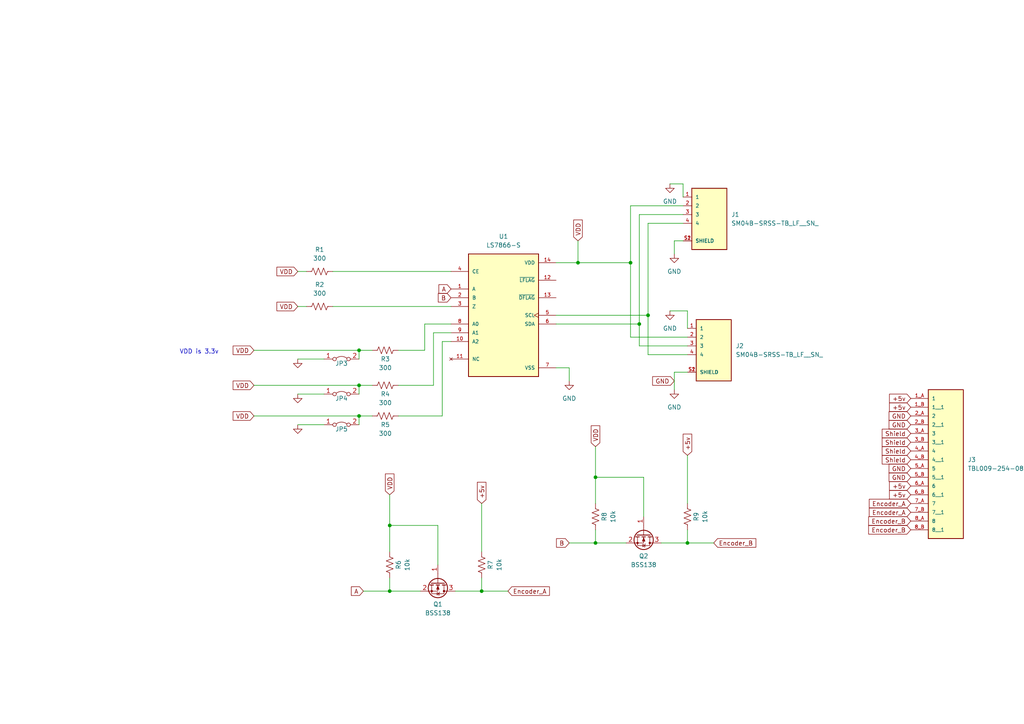
<source format=kicad_sch>
(kicad_sch (version 20230121) (generator eeschema)

  (uuid 1a0ebad1-ea8c-4043-8a0c-94ccddf3b0fc)

  (paper "A4")

  (lib_symbols
    (symbol "Device:R_US" (pin_numbers hide) (pin_names (offset 0)) (in_bom yes) (on_board yes)
      (property "Reference" "R" (at 2.54 0 90)
        (effects (font (size 1.27 1.27)))
      )
      (property "Value" "R_US" (at -2.54 0 90)
        (effects (font (size 1.27 1.27)))
      )
      (property "Footprint" "" (at 1.016 -0.254 90)
        (effects (font (size 1.27 1.27)) hide)
      )
      (property "Datasheet" "~" (at 0 0 0)
        (effects (font (size 1.27 1.27)) hide)
      )
      (property "ki_keywords" "R res resistor" (at 0 0 0)
        (effects (font (size 1.27 1.27)) hide)
      )
      (property "ki_description" "Resistor, US symbol" (at 0 0 0)
        (effects (font (size 1.27 1.27)) hide)
      )
      (property "ki_fp_filters" "R_*" (at 0 0 0)
        (effects (font (size 1.27 1.27)) hide)
      )
      (symbol "R_US_0_1"
        (polyline
          (pts
            (xy 0 -2.286)
            (xy 0 -2.54)
          )
          (stroke (width 0) (type default))
          (fill (type none))
        )
        (polyline
          (pts
            (xy 0 2.286)
            (xy 0 2.54)
          )
          (stroke (width 0) (type default))
          (fill (type none))
        )
        (polyline
          (pts
            (xy 0 -0.762)
            (xy 1.016 -1.143)
            (xy 0 -1.524)
            (xy -1.016 -1.905)
            (xy 0 -2.286)
          )
          (stroke (width 0) (type default))
          (fill (type none))
        )
        (polyline
          (pts
            (xy 0 0.762)
            (xy 1.016 0.381)
            (xy 0 0)
            (xy -1.016 -0.381)
            (xy 0 -0.762)
          )
          (stroke (width 0) (type default))
          (fill (type none))
        )
        (polyline
          (pts
            (xy 0 2.286)
            (xy 1.016 1.905)
            (xy 0 1.524)
            (xy -1.016 1.143)
            (xy 0 0.762)
          )
          (stroke (width 0) (type default))
          (fill (type none))
        )
      )
      (symbol "R_US_1_1"
        (pin passive line (at 0 3.81 270) (length 1.27)
          (name "~" (effects (font (size 1.27 1.27))))
          (number "1" (effects (font (size 1.27 1.27))))
        )
        (pin passive line (at 0 -3.81 90) (length 1.27)
          (name "~" (effects (font (size 1.27 1.27))))
          (number "2" (effects (font (size 1.27 1.27))))
        )
      )
    )
    (symbol "Jumper:Jumper_2_Bridged" (pin_names (offset 0) hide) (in_bom yes) (on_board yes)
      (property "Reference" "JP" (at 0 1.905 0)
        (effects (font (size 1.27 1.27)))
      )
      (property "Value" "Jumper_2_Bridged" (at 0 -2.54 0)
        (effects (font (size 1.27 1.27)))
      )
      (property "Footprint" "" (at 0 0 0)
        (effects (font (size 1.27 1.27)) hide)
      )
      (property "Datasheet" "~" (at 0 0 0)
        (effects (font (size 1.27 1.27)) hide)
      )
      (property "ki_keywords" "Jumper SPST" (at 0 0 0)
        (effects (font (size 1.27 1.27)) hide)
      )
      (property "ki_description" "Jumper, 2-pole, closed/bridged" (at 0 0 0)
        (effects (font (size 1.27 1.27)) hide)
      )
      (property "ki_fp_filters" "Jumper* TestPoint*2Pads* TestPoint*Bridge*" (at 0 0 0)
        (effects (font (size 1.27 1.27)) hide)
      )
      (symbol "Jumper_2_Bridged_0_0"
        (circle (center -2.032 0) (radius 0.508)
          (stroke (width 0) (type default))
          (fill (type none))
        )
        (circle (center 2.032 0) (radius 0.508)
          (stroke (width 0) (type default))
          (fill (type none))
        )
      )
      (symbol "Jumper_2_Bridged_0_1"
        (arc (start 1.524 0.254) (mid 0 0.762) (end -1.524 0.254)
          (stroke (width 0) (type default))
          (fill (type none))
        )
      )
      (symbol "Jumper_2_Bridged_1_1"
        (pin passive line (at -5.08 0 0) (length 2.54)
          (name "A" (effects (font (size 1.27 1.27))))
          (number "1" (effects (font (size 1.27 1.27))))
        )
        (pin passive line (at 5.08 0 180) (length 2.54)
          (name "B" (effects (font (size 1.27 1.27))))
          (number "2" (effects (font (size 1.27 1.27))))
        )
      )
    )
    (symbol "LS7866-S:LS7866-S" (pin_names (offset 1.016)) (in_bom yes) (on_board yes)
      (property "Reference" "U" (at -10.16 18.542 0)
        (effects (font (size 1.27 1.27)) (justify left bottom))
      )
      (property "Value" "LS7866-S" (at -10.16 -20.32 0)
        (effects (font (size 1.27 1.27)) (justify left bottom))
      )
      (property "Footprint" "LS7866-S:SOIC127P600X175-14N" (at 0 0 0)
        (effects (font (size 1.27 1.27)) (justify bottom) hide)
      )
      (property "Datasheet" "" (at 0 0 0)
        (effects (font (size 1.27 1.27)) hide)
      )
      (property "MF" "LSI/CSI" (at 0 0 0)
        (effects (font (size 1.27 1.27)) (justify bottom) hide)
      )
      (property "MAXIMUM_PACKAGE_HEIGHT" "1.75mm" (at 0 0 0)
        (effects (font (size 1.27 1.27)) (justify bottom) hide)
      )
      (property "Package" "None" (at 0 0 0)
        (effects (font (size 1.27 1.27)) (justify bottom) hide)
      )
      (property "Price" "None" (at 0 0 0)
        (effects (font (size 1.27 1.27)) (justify bottom) hide)
      )
      (property "Check_prices" "https://www.snapeda.com/parts/LS7866-S/LSI%252FCSI/view-part/?ref=eda" (at 0 0 0)
        (effects (font (size 1.27 1.27)) (justify bottom) hide)
      )
      (property "STANDARD" "IPC-7351B" (at 0 0 0)
        (effects (font (size 1.27 1.27)) (justify bottom) hide)
      )
      (property "PARTREV" "June 2023" (at 0 0 0)
        (effects (font (size 1.27 1.27)) (justify bottom) hide)
      )
      (property "SnapEDA_Link" "https://www.snapeda.com/parts/LS7866-S/LSI%252FCSI/view-part/?ref=snap" (at 0 0 0)
        (effects (font (size 1.27 1.27)) (justify bottom) hide)
      )
      (property "MP" "LS7866-S" (at 0 0 0)
        (effects (font (size 1.27 1.27)) (justify bottom) hide)
      )
      (property "Description" "\n32-Bit I2C Quadrature Counter\n" (at 0 0 0)
        (effects (font (size 1.27 1.27)) (justify bottom) hide)
      )
      (property "Availability" "In Stock" (at 0 0 0)
        (effects (font (size 1.27 1.27)) (justify bottom) hide)
      )
      (property "MANUFACTURER" "LSI/CSI" (at 0 0 0)
        (effects (font (size 1.27 1.27)) (justify bottom) hide)
      )
      (symbol "LS7866-S_0_0"
        (rectangle (start -10.16 -17.78) (end 10.16 17.78)
          (stroke (width 0.254) (type default))
          (fill (type background))
        )
        (pin input line (at -15.24 7.62 0) (length 5.08)
          (name "A" (effects (font (size 1.016 1.016))))
          (number "1" (effects (font (size 1.016 1.016))))
        )
        (pin input line (at -15.24 -7.62 0) (length 5.08)
          (name "A2" (effects (font (size 1.016 1.016))))
          (number "10" (effects (font (size 1.016 1.016))))
        )
        (pin no_connect line (at -15.24 -12.7 0) (length 5.08)
          (name "NC" (effects (font (size 1.016 1.016))))
          (number "11" (effects (font (size 1.016 1.016))))
        )
        (pin output line (at 15.24 10.16 180) (length 5.08)
          (name "~{LFLAG}" (effects (font (size 1.016 1.016))))
          (number "12" (effects (font (size 1.016 1.016))))
        )
        (pin output line (at 15.24 5.08 180) (length 5.08)
          (name "~{DFLAG}" (effects (font (size 1.016 1.016))))
          (number "13" (effects (font (size 1.016 1.016))))
        )
        (pin power_in line (at 15.24 15.24 180) (length 5.08)
          (name "VDD" (effects (font (size 1.016 1.016))))
          (number "14" (effects (font (size 1.016 1.016))))
        )
        (pin input line (at -15.24 5.08 0) (length 5.08)
          (name "B" (effects (font (size 1.016 1.016))))
          (number "2" (effects (font (size 1.016 1.016))))
        )
        (pin input line (at -15.24 2.54 0) (length 5.08)
          (name "Z" (effects (font (size 1.016 1.016))))
          (number "3" (effects (font (size 1.016 1.016))))
        )
        (pin input line (at -15.24 12.7 0) (length 5.08)
          (name "CE" (effects (font (size 1.016 1.016))))
          (number "4" (effects (font (size 1.016 1.016))))
        )
        (pin input clock (at 15.24 0 180) (length 5.08)
          (name "SCL" (effects (font (size 1.016 1.016))))
          (number "5" (effects (font (size 1.016 1.016))))
        )
        (pin bidirectional line (at 15.24 -2.54 180) (length 5.08)
          (name "SDA" (effects (font (size 1.016 1.016))))
          (number "6" (effects (font (size 1.016 1.016))))
        )
        (pin power_in line (at 15.24 -15.24 180) (length 5.08)
          (name "VSS" (effects (font (size 1.016 1.016))))
          (number "7" (effects (font (size 1.016 1.016))))
        )
        (pin input line (at -15.24 -2.54 0) (length 5.08)
          (name "A0" (effects (font (size 1.016 1.016))))
          (number "8" (effects (font (size 1.016 1.016))))
        )
        (pin input line (at -15.24 -5.08 0) (length 5.08)
          (name "A1" (effects (font (size 1.016 1.016))))
          (number "9" (effects (font (size 1.016 1.016))))
        )
      )
    )
    (symbol "SM04B-SRSS-TB_LF__SN_:SM04B-SRSS-TB_LF__SN_" (pin_names (offset 1.016)) (in_bom yes) (on_board yes)
      (property "Reference" "J" (at -5.0831 8.1433 0)
        (effects (font (size 1.27 1.27)) (justify left bottom))
      )
      (property "Value" "SM04B-SRSS-TB_LF__SN_" (at -5.0835 -11.9557 0)
        (effects (font (size 1.27 1.27)) (justify left bottom))
      )
      (property "Footprint" "SM04B-SRSS-TB(LF)(SN):JST_SM04B-SRSS-TB_LF__SN_" (at 0 0 0)
        (effects (font (size 1.27 1.27)) (justify bottom) hide)
      )
      (property "Datasheet" "" (at 0 0 0)
        (effects (font (size 1.27 1.27)) hide)
      )
      (property "MF" "JST Sales" (at 0 0 0)
        (effects (font (size 1.27 1.27)) (justify bottom) hide)
      )
      (property "Description" "\nConnector Header Surface Mount, Right Angle 4 position 0.039 (1.00mm)\n" (at 0 0 0)
        (effects (font (size 1.27 1.27)) (justify bottom) hide)
      )
      (property "Package" "None" (at 0 0 0)
        (effects (font (size 1.27 1.27)) (justify bottom) hide)
      )
      (property "Price" "None" (at 0 0 0)
        (effects (font (size 1.27 1.27)) (justify bottom) hide)
      )
      (property "Check_prices" "https://www.snapeda.com/parts/SM04B-SRSS-TB(LF)(SN)/JST+Sales+America+Inc./view-part/?ref=eda" (at 0 0 0)
        (effects (font (size 1.27 1.27)) (justify bottom) hide)
      )
      (property "STANDARD" "Manufacturer recommendations" (at 0 0 0)
        (effects (font (size 1.27 1.27)) (justify bottom) hide)
      )
      (property "SnapEDA_Link" "https://www.snapeda.com/parts/SM04B-SRSS-TB(LF)(SN)/JST+Sales+America+Inc./view-part/?ref=snap" (at 0 0 0)
        (effects (font (size 1.27 1.27)) (justify bottom) hide)
      )
      (property "MP" "SM04B-SRSS-TB(LF)(SN)" (at 0 0 0)
        (effects (font (size 1.27 1.27)) (justify bottom) hide)
      )
      (property "Availability" "In Stock" (at 0 0 0)
        (effects (font (size 1.27 1.27)) (justify bottom) hide)
      )
      (property "MANUFACTURER" "JST" (at 0 0 0)
        (effects (font (size 1.27 1.27)) (justify bottom) hide)
      )
      (symbol "SM04B-SRSS-TB_LF__SN__0_0"
        (rectangle (start -5.08 -10.16) (end 5.08 7.62)
          (stroke (width 0.254) (type default))
          (fill (type background))
        )
        (pin passive line (at -7.62 5.08 0) (length 2.54)
          (name "1" (effects (font (size 1.016 1.016))))
          (number "1" (effects (font (size 1.016 1.016))))
        )
        (pin passive line (at -7.62 2.54 0) (length 2.54)
          (name "2" (effects (font (size 1.016 1.016))))
          (number "2" (effects (font (size 1.016 1.016))))
        )
        (pin passive line (at -7.62 0 0) (length 2.54)
          (name "3" (effects (font (size 1.016 1.016))))
          (number "3" (effects (font (size 1.016 1.016))))
        )
        (pin passive line (at -7.62 -2.54 0) (length 2.54)
          (name "4" (effects (font (size 1.016 1.016))))
          (number "4" (effects (font (size 1.016 1.016))))
        )
        (pin passive line (at -7.62 -7.62 0) (length 2.54)
          (name "SHIELD" (effects (font (size 1.016 1.016))))
          (number "S1" (effects (font (size 1.016 1.016))))
        )
        (pin passive line (at -7.62 -7.62 0) (length 2.54)
          (name "SHIELD" (effects (font (size 1.016 1.016))))
          (number "S2" (effects (font (size 1.016 1.016))))
        )
      )
    )
    (symbol "TBL009-254-08GY-2GY:TBL009-254-08GY-2GY" (pin_names (offset 1.016)) (in_bom yes) (on_board yes)
      (property "Reference" "J" (at -5.58 12.7 0)
        (effects (font (size 1.27 1.27)) (justify left bottom))
      )
      (property "Value" "TBL009-254-08GY-2GY" (at -5.08 -33.02 0)
        (effects (font (size 1.27 1.27)) (justify left bottom))
      )
      (property "Footprint" "TBL009-254-08GY-2GY:CUI_TBL009-254-08GY-2GY" (at 0 0 0)
        (effects (font (size 1.27 1.27)) (justify bottom) hide)
      )
      (property "Datasheet" "" (at 0 0 0)
        (effects (font (size 1.27 1.27)) hide)
      )
      (property "MANUFACTURER" "CUI" (at 0 0 0)
        (effects (font (size 1.27 1.27)) (justify bottom) hide)
      )
      (property "STANDARD" "Manufacturer Recommendations" (at 0 0 0)
        (effects (font (size 1.27 1.27)) (justify bottom) hide)
      )
      (symbol "TBL009-254-08GY-2GY_0_0"
        (rectangle (start -5.08 -30.48) (end 5.08 12.7)
          (stroke (width 0.254) (type default))
          (fill (type background))
        )
        (pin passive line (at -10.16 10.16 0) (length 5.08)
          (name "1" (effects (font (size 1.016 1.016))))
          (number "1_A" (effects (font (size 1.016 1.016))))
        )
        (pin passive line (at -10.16 7.62 0) (length 5.08)
          (name "1__1" (effects (font (size 1.016 1.016))))
          (number "1_B" (effects (font (size 1.016 1.016))))
        )
        (pin passive line (at -10.16 5.08 0) (length 5.08)
          (name "2" (effects (font (size 1.016 1.016))))
          (number "2_A" (effects (font (size 1.016 1.016))))
        )
        (pin passive line (at -10.16 2.54 0) (length 5.08)
          (name "2__1" (effects (font (size 1.016 1.016))))
          (number "2_B" (effects (font (size 1.016 1.016))))
        )
        (pin passive line (at -10.16 0 0) (length 5.08)
          (name "3" (effects (font (size 1.016 1.016))))
          (number "3_A" (effects (font (size 1.016 1.016))))
        )
        (pin passive line (at -10.16 -2.54 0) (length 5.08)
          (name "3__1" (effects (font (size 1.016 1.016))))
          (number "3_B" (effects (font (size 1.016 1.016))))
        )
        (pin passive line (at -10.16 -5.08 0) (length 5.08)
          (name "4" (effects (font (size 1.016 1.016))))
          (number "4_A" (effects (font (size 1.016 1.016))))
        )
        (pin passive line (at -10.16 -7.62 0) (length 5.08)
          (name "4__1" (effects (font (size 1.016 1.016))))
          (number "4_B" (effects (font (size 1.016 1.016))))
        )
        (pin passive line (at -10.16 -10.16 0) (length 5.08)
          (name "5" (effects (font (size 1.016 1.016))))
          (number "5_A" (effects (font (size 1.016 1.016))))
        )
        (pin passive line (at -10.16 -12.7 0) (length 5.08)
          (name "5__1" (effects (font (size 1.016 1.016))))
          (number "5_B" (effects (font (size 1.016 1.016))))
        )
        (pin passive line (at -10.16 -15.24 0) (length 5.08)
          (name "6" (effects (font (size 1.016 1.016))))
          (number "6_A" (effects (font (size 1.016 1.016))))
        )
        (pin passive line (at -10.16 -17.78 0) (length 5.08)
          (name "6__1" (effects (font (size 1.016 1.016))))
          (number "6_B" (effects (font (size 1.016 1.016))))
        )
        (pin passive line (at -10.16 -20.32 0) (length 5.08)
          (name "7" (effects (font (size 1.016 1.016))))
          (number "7_A" (effects (font (size 1.016 1.016))))
        )
        (pin passive line (at -10.16 -22.86 0) (length 5.08)
          (name "7__1" (effects (font (size 1.016 1.016))))
          (number "7_B" (effects (font (size 1.016 1.016))))
        )
        (pin passive line (at -10.16 -25.4 0) (length 5.08)
          (name "8" (effects (font (size 1.016 1.016))))
          (number "8_A" (effects (font (size 1.016 1.016))))
        )
        (pin passive line (at -10.16 -27.94 0) (length 5.08)
          (name "8__1" (effects (font (size 1.016 1.016))))
          (number "8_B" (effects (font (size 1.016 1.016))))
        )
      )
    )
    (symbol "Transistor_FET:BSS138" (pin_names hide) (in_bom yes) (on_board yes)
      (property "Reference" "Q" (at 5.08 1.905 0)
        (effects (font (size 1.27 1.27)) (justify left))
      )
      (property "Value" "BSS138" (at 5.08 0 0)
        (effects (font (size 1.27 1.27)) (justify left))
      )
      (property "Footprint" "Package_TO_SOT_SMD:SOT-23" (at 5.08 -1.905 0)
        (effects (font (size 1.27 1.27) italic) (justify left) hide)
      )
      (property "Datasheet" "https://www.onsemi.com/pub/Collateral/BSS138-D.PDF" (at 0 0 0)
        (effects (font (size 1.27 1.27)) (justify left) hide)
      )
      (property "ki_keywords" "N-Channel MOSFET" (at 0 0 0)
        (effects (font (size 1.27 1.27)) hide)
      )
      (property "ki_description" "50V Vds, 0.22A Id, N-Channel MOSFET, SOT-23" (at 0 0 0)
        (effects (font (size 1.27 1.27)) hide)
      )
      (property "ki_fp_filters" "SOT?23*" (at 0 0 0)
        (effects (font (size 1.27 1.27)) hide)
      )
      (symbol "BSS138_0_1"
        (polyline
          (pts
            (xy 0.254 0)
            (xy -2.54 0)
          )
          (stroke (width 0) (type default))
          (fill (type none))
        )
        (polyline
          (pts
            (xy 0.254 1.905)
            (xy 0.254 -1.905)
          )
          (stroke (width 0.254) (type default))
          (fill (type none))
        )
        (polyline
          (pts
            (xy 0.762 -1.27)
            (xy 0.762 -2.286)
          )
          (stroke (width 0.254) (type default))
          (fill (type none))
        )
        (polyline
          (pts
            (xy 0.762 0.508)
            (xy 0.762 -0.508)
          )
          (stroke (width 0.254) (type default))
          (fill (type none))
        )
        (polyline
          (pts
            (xy 0.762 2.286)
            (xy 0.762 1.27)
          )
          (stroke (width 0.254) (type default))
          (fill (type none))
        )
        (polyline
          (pts
            (xy 2.54 2.54)
            (xy 2.54 1.778)
          )
          (stroke (width 0) (type default))
          (fill (type none))
        )
        (polyline
          (pts
            (xy 2.54 -2.54)
            (xy 2.54 0)
            (xy 0.762 0)
          )
          (stroke (width 0) (type default))
          (fill (type none))
        )
        (polyline
          (pts
            (xy 0.762 -1.778)
            (xy 3.302 -1.778)
            (xy 3.302 1.778)
            (xy 0.762 1.778)
          )
          (stroke (width 0) (type default))
          (fill (type none))
        )
        (polyline
          (pts
            (xy 1.016 0)
            (xy 2.032 0.381)
            (xy 2.032 -0.381)
            (xy 1.016 0)
          )
          (stroke (width 0) (type default))
          (fill (type outline))
        )
        (polyline
          (pts
            (xy 2.794 0.508)
            (xy 2.921 0.381)
            (xy 3.683 0.381)
            (xy 3.81 0.254)
          )
          (stroke (width 0) (type default))
          (fill (type none))
        )
        (polyline
          (pts
            (xy 3.302 0.381)
            (xy 2.921 -0.254)
            (xy 3.683 -0.254)
            (xy 3.302 0.381)
          )
          (stroke (width 0) (type default))
          (fill (type none))
        )
        (circle (center 1.651 0) (radius 2.794)
          (stroke (width 0.254) (type default))
          (fill (type none))
        )
        (circle (center 2.54 -1.778) (radius 0.254)
          (stroke (width 0) (type default))
          (fill (type outline))
        )
        (circle (center 2.54 1.778) (radius 0.254)
          (stroke (width 0) (type default))
          (fill (type outline))
        )
      )
      (symbol "BSS138_1_1"
        (pin input line (at -5.08 0 0) (length 2.54)
          (name "G" (effects (font (size 1.27 1.27))))
          (number "1" (effects (font (size 1.27 1.27))))
        )
        (pin passive line (at 2.54 -5.08 90) (length 2.54)
          (name "S" (effects (font (size 1.27 1.27))))
          (number "2" (effects (font (size 1.27 1.27))))
        )
        (pin passive line (at 2.54 5.08 270) (length 2.54)
          (name "D" (effects (font (size 1.27 1.27))))
          (number "3" (effects (font (size 1.27 1.27))))
        )
      )
    )
    (symbol "power:GND" (power) (pin_names (offset 0)) (in_bom yes) (on_board yes)
      (property "Reference" "#PWR" (at 0 -6.35 0)
        (effects (font (size 1.27 1.27)) hide)
      )
      (property "Value" "GND" (at 0 -3.81 0)
        (effects (font (size 1.27 1.27)))
      )
      (property "Footprint" "" (at 0 0 0)
        (effects (font (size 1.27 1.27)) hide)
      )
      (property "Datasheet" "" (at 0 0 0)
        (effects (font (size 1.27 1.27)) hide)
      )
      (property "ki_keywords" "global power" (at 0 0 0)
        (effects (font (size 1.27 1.27)) hide)
      )
      (property "ki_description" "Power symbol creates a global label with name \"GND\" , ground" (at 0 0 0)
        (effects (font (size 1.27 1.27)) hide)
      )
      (symbol "GND_0_1"
        (polyline
          (pts
            (xy 0 0)
            (xy 0 -1.27)
            (xy 1.27 -1.27)
            (xy 0 -2.54)
            (xy -1.27 -1.27)
            (xy 0 -1.27)
          )
          (stroke (width 0) (type default))
          (fill (type none))
        )
      )
      (symbol "GND_1_1"
        (pin power_in line (at 0 0 270) (length 0) hide
          (name "GND" (effects (font (size 1.27 1.27))))
          (number "1" (effects (font (size 1.27 1.27))))
        )
      )
    )
  )

  (junction (at 104.14 101.6) (diameter 0) (color 0 0 0 0)
    (uuid 0504034c-5315-4974-ad94-758e29f6c10b)
  )
  (junction (at 182.88 76.2) (diameter 0) (color 0 0 0 0)
    (uuid 1d780d38-81e1-4393-adc9-a6546b065d35)
  )
  (junction (at 167.64 76.2) (diameter 0) (color 0 0 0 0)
    (uuid 2fb47662-aa4c-40db-ad07-a73249e254c4)
  )
  (junction (at 113.03 171.45) (diameter 0) (color 0 0 0 0)
    (uuid 34e9c044-4f11-41b4-b6db-1a31bd7eb9ae)
  )
  (junction (at 104.14 120.65) (diameter 0) (color 0 0 0 0)
    (uuid 3e5606c3-fc85-4c2b-905c-4120fd653677)
  )
  (junction (at 113.03 152.4) (diameter 0) (color 0 0 0 0)
    (uuid 3edd9f19-b1fe-4060-9d2f-b0184de70724)
  )
  (junction (at 199.39 157.48) (diameter 0) (color 0 0 0 0)
    (uuid 5ab0ef44-f87e-4d69-a5e0-2bb07a05d32d)
  )
  (junction (at 172.72 138.43) (diameter 0) (color 0 0 0 0)
    (uuid 5c776984-4c1e-446a-83a8-1ed136974c35)
  )
  (junction (at 187.96 91.44) (diameter 0) (color 0 0 0 0)
    (uuid 64a8d388-ab71-42ac-8e5e-189c02d24f81)
  )
  (junction (at 139.7 171.45) (diameter 0) (color 0 0 0 0)
    (uuid 69f3de0e-5ee5-4f5f-9ee0-e0a5bf1a0e53)
  )
  (junction (at 104.14 111.76) (diameter 0) (color 0 0 0 0)
    (uuid b4892f8a-65e1-48eb-934b-7c887a77c261)
  )
  (junction (at 172.72 157.48) (diameter 0) (color 0 0 0 0)
    (uuid bb3fd085-f86f-497a-bdd3-801762eda573)
  )
  (junction (at 185.42 93.98) (diameter 0) (color 0 0 0 0)
    (uuid eec1f704-5483-4cb4-ba4d-08ac3b65e232)
  )

  (wire (pts (xy 165.1 157.48) (xy 172.72 157.48))
    (stroke (width 0) (type default))
    (uuid 01533c78-4d62-42bb-b4e8-63a5720ac195)
  )
  (wire (pts (xy 191.77 157.48) (xy 199.39 157.48))
    (stroke (width 0) (type default))
    (uuid 0614deef-c887-479a-9f80-f0bcd037379c)
  )
  (wire (pts (xy 107.95 111.76) (xy 104.14 111.76))
    (stroke (width 0) (type default))
    (uuid 0ce61e9a-8104-4fe4-a1cf-520ec20af99a)
  )
  (wire (pts (xy 187.96 91.44) (xy 187.96 64.77))
    (stroke (width 0) (type default))
    (uuid 0d81841e-c769-4c51-8c49-e64063df41b6)
  )
  (wire (pts (xy 182.88 76.2) (xy 182.88 59.69))
    (stroke (width 0) (type default))
    (uuid 104fa406-37cb-459f-a3ee-85afe3e6158f)
  )
  (wire (pts (xy 128.27 99.06) (xy 130.81 99.06))
    (stroke (width 0) (type default))
    (uuid 2634052f-fcde-4623-8c1f-4832defa9183)
  )
  (wire (pts (xy 113.03 152.4) (xy 113.03 160.02))
    (stroke (width 0) (type default))
    (uuid 29a1f118-7277-4809-a8ad-a15370161c98)
  )
  (wire (pts (xy 127 152.4) (xy 127 163.83))
    (stroke (width 0) (type default))
    (uuid 2b746e72-dbbc-44b6-92eb-a95035d2885d)
  )
  (wire (pts (xy 195.58 107.95) (xy 195.58 113.03))
    (stroke (width 0) (type default))
    (uuid 2d05628e-0da8-4559-8934-81edf119fb3b)
  )
  (wire (pts (xy 167.64 69.85) (xy 167.64 76.2))
    (stroke (width 0) (type default))
    (uuid 2f2181f1-7551-481d-b71a-13b6122f1b26)
  )
  (wire (pts (xy 199.39 157.48) (xy 199.39 153.67))
    (stroke (width 0) (type default))
    (uuid 332c766f-f969-46d6-97c6-f72f4bad42f7)
  )
  (wire (pts (xy 113.03 152.4) (xy 127 152.4))
    (stroke (width 0) (type default))
    (uuid 34254bf7-18de-4a60-9f08-f979a0856ac7)
  )
  (wire (pts (xy 182.88 97.79) (xy 182.88 76.2))
    (stroke (width 0) (type default))
    (uuid 34c0c2ff-275d-43b9-8371-41925cb111fe)
  )
  (wire (pts (xy 86.36 123.19) (xy 93.98 123.19))
    (stroke (width 0) (type default))
    (uuid 38adf0f3-f818-41c9-96dd-0b21247c8d2c)
  )
  (wire (pts (xy 161.29 91.44) (xy 187.96 91.44))
    (stroke (width 0) (type default))
    (uuid 3cf9235d-e2a0-4bb3-9cb3-1ebbbfaad6b6)
  )
  (wire (pts (xy 172.72 129.54) (xy 172.72 138.43))
    (stroke (width 0) (type default))
    (uuid 40e56f0d-891e-48f4-86b1-305bb49ecf7a)
  )
  (wire (pts (xy 123.19 101.6) (xy 123.19 93.98))
    (stroke (width 0) (type default))
    (uuid 4200e29c-e8d6-4a02-9d39-74df74aeb1d8)
  )
  (wire (pts (xy 104.14 111.76) (xy 104.14 114.3))
    (stroke (width 0) (type default))
    (uuid 4683ceb4-5084-4f12-983f-32f22a6b3d75)
  )
  (wire (pts (xy 115.57 101.6) (xy 123.19 101.6))
    (stroke (width 0) (type default))
    (uuid 4689907d-0cd1-417b-ad19-07cd6b8ac794)
  )
  (wire (pts (xy 187.96 102.87) (xy 187.96 91.44))
    (stroke (width 0) (type default))
    (uuid 4951eccd-dd7e-4759-a956-c98e7ffcf84d)
  )
  (wire (pts (xy 198.12 53.34) (xy 198.12 57.15))
    (stroke (width 0) (type default))
    (uuid 4c6449b5-a344-40ea-902e-4c7e4f9ed915)
  )
  (wire (pts (xy 113.03 171.45) (xy 113.03 167.64))
    (stroke (width 0) (type default))
    (uuid 4dec2c92-98f6-402d-bb40-384544a32f28)
  )
  (wire (pts (xy 161.29 93.98) (xy 185.42 93.98))
    (stroke (width 0) (type default))
    (uuid 53895c4e-64f5-492a-a49a-ac09b83f6b9e)
  )
  (wire (pts (xy 113.03 143.51) (xy 113.03 152.4))
    (stroke (width 0) (type default))
    (uuid 54fbb39c-1aae-4016-896d-b7092d7cb4d2)
  )
  (wire (pts (xy 139.7 171.45) (xy 139.7 167.64))
    (stroke (width 0) (type default))
    (uuid 5b9e562f-1ac4-44a2-a4ff-d4c4fd0186a4)
  )
  (wire (pts (xy 125.73 96.52) (xy 125.73 111.76))
    (stroke (width 0) (type default))
    (uuid 5d502293-b51b-46d4-be07-61fa88b6c53c)
  )
  (wire (pts (xy 198.12 69.85) (xy 195.58 69.85))
    (stroke (width 0) (type default))
    (uuid 5f3e3b5a-72b8-470c-a555-ac09ba289fd8)
  )
  (wire (pts (xy 194.31 53.34) (xy 198.12 53.34))
    (stroke (width 0) (type default))
    (uuid 5f667bb0-5bed-49ff-8537-27b6b99fc75d)
  )
  (wire (pts (xy 86.36 88.9) (xy 88.9 88.9))
    (stroke (width 0) (type default))
    (uuid 683d1b5f-e7ac-4091-af67-6e9e708161ee)
  )
  (wire (pts (xy 194.31 90.17) (xy 199.39 90.17))
    (stroke (width 0) (type default))
    (uuid 6e5bf046-088a-49e7-80c5-d8a629621cae)
  )
  (wire (pts (xy 104.14 111.76) (xy 73.66 111.76))
    (stroke (width 0) (type default))
    (uuid 72b3db46-afc8-4ffd-8613-d759bcaa4e76)
  )
  (wire (pts (xy 187.96 64.77) (xy 198.12 64.77))
    (stroke (width 0) (type default))
    (uuid 7df96b6e-2308-422b-8308-86c4f2098351)
  )
  (wire (pts (xy 86.36 78.74) (xy 88.9 78.74))
    (stroke (width 0) (type default))
    (uuid 7f4dc555-0e0f-4491-b401-d3a6ed4940be)
  )
  (wire (pts (xy 86.36 104.14) (xy 93.98 104.14))
    (stroke (width 0) (type default))
    (uuid 80a6ba2c-0f14-4b9f-859f-9829c5a8b324)
  )
  (wire (pts (xy 96.52 78.74) (xy 130.81 78.74))
    (stroke (width 0) (type default))
    (uuid 820d590e-6d15-4270-be7f-9429a20bb677)
  )
  (wire (pts (xy 161.29 106.68) (xy 165.1 106.68))
    (stroke (width 0) (type default))
    (uuid 84bd3bdd-531e-43fa-9cce-723f1e22c704)
  )
  (wire (pts (xy 167.64 76.2) (xy 182.88 76.2))
    (stroke (width 0) (type default))
    (uuid 85fc21ef-f0a4-44e0-9386-3b96b4745b92)
  )
  (wire (pts (xy 113.03 171.45) (xy 121.92 171.45))
    (stroke (width 0) (type default))
    (uuid 86805a9e-6371-479b-92e4-7785f50086c8)
  )
  (wire (pts (xy 172.72 138.43) (xy 172.72 146.05))
    (stroke (width 0) (type default))
    (uuid 86c5bf3d-766e-4f44-b62d-b5dbcc735afd)
  )
  (wire (pts (xy 132.08 171.45) (xy 139.7 171.45))
    (stroke (width 0) (type default))
    (uuid 8f3583f7-91a3-4bcc-8565-8186cb6cf763)
  )
  (wire (pts (xy 182.88 59.69) (xy 198.12 59.69))
    (stroke (width 0) (type default))
    (uuid 8fa6a5e8-504f-4137-9b5f-fb33b6ca6d0d)
  )
  (wire (pts (xy 172.72 157.48) (xy 181.61 157.48))
    (stroke (width 0) (type default))
    (uuid 95233462-7414-4565-8340-72e1a4cc41d4)
  )
  (wire (pts (xy 161.29 76.2) (xy 167.64 76.2))
    (stroke (width 0) (type default))
    (uuid 95b62754-cce6-464d-bc86-fa48b4ac0bc3)
  )
  (wire (pts (xy 186.69 138.43) (xy 186.69 149.86))
    (stroke (width 0) (type default))
    (uuid 9689f447-d5df-417e-8e22-ab6815ee1a14)
  )
  (wire (pts (xy 195.58 69.85) (xy 195.58 73.66))
    (stroke (width 0) (type default))
    (uuid 9876fd56-0adc-48fa-9cb9-5f60f0eed434)
  )
  (wire (pts (xy 172.72 157.48) (xy 172.72 153.67))
    (stroke (width 0) (type default))
    (uuid 998ec2bd-30a2-4658-9696-a831049b54c0)
  )
  (wire (pts (xy 185.42 62.23) (xy 185.42 93.98))
    (stroke (width 0) (type default))
    (uuid 9c987402-bd0b-474c-b099-c31008ecabc5)
  )
  (wire (pts (xy 104.14 120.65) (xy 73.66 120.65))
    (stroke (width 0) (type default))
    (uuid a433e13b-9c1c-4204-891d-a40a992f4642)
  )
  (wire (pts (xy 199.39 97.79) (xy 182.88 97.79))
    (stroke (width 0) (type default))
    (uuid acea85eb-374f-4ebf-a6d4-2fdd2bd6a609)
  )
  (wire (pts (xy 199.39 90.17) (xy 199.39 95.25))
    (stroke (width 0) (type default))
    (uuid b30a6d76-0b07-4291-965b-afdc497bac98)
  )
  (wire (pts (xy 199.39 157.48) (xy 207.01 157.48))
    (stroke (width 0) (type default))
    (uuid b6fa9b0f-eef5-4a68-bdad-3f53526b6fa1)
  )
  (wire (pts (xy 128.27 120.65) (xy 128.27 99.06))
    (stroke (width 0) (type default))
    (uuid bba29dea-badb-4201-a1fc-2681170dce38)
  )
  (wire (pts (xy 185.42 93.98) (xy 185.42 100.33))
    (stroke (width 0) (type default))
    (uuid bbcca9ff-da92-4496-bf6d-4363666256bc)
  )
  (wire (pts (xy 199.39 107.95) (xy 195.58 107.95))
    (stroke (width 0) (type default))
    (uuid bc29ada7-1ebd-42e9-9c67-8f11bf6e05ff)
  )
  (wire (pts (xy 104.14 120.65) (xy 104.14 123.19))
    (stroke (width 0) (type default))
    (uuid c38ab80f-a8db-4073-afa6-32904f146d1d)
  )
  (wire (pts (xy 105.41 171.45) (xy 113.03 171.45))
    (stroke (width 0) (type default))
    (uuid c594efa8-f409-4490-888d-ae7e8ac7a9c4)
  )
  (wire (pts (xy 125.73 111.76) (xy 115.57 111.76))
    (stroke (width 0) (type default))
    (uuid c9b26cec-dc9a-4dad-9a6e-fbbded039d48)
  )
  (wire (pts (xy 86.36 114.3) (xy 93.98 114.3))
    (stroke (width 0) (type default))
    (uuid ca807708-fcc0-4c6d-9af0-0f9976a2743f)
  )
  (wire (pts (xy 199.39 132.08) (xy 199.39 146.05))
    (stroke (width 0) (type default))
    (uuid cf0742e6-acca-47f0-9e9d-48f866aa7fa2)
  )
  (wire (pts (xy 107.95 101.6) (xy 104.14 101.6))
    (stroke (width 0) (type default))
    (uuid d61718e1-1f82-4e20-8c05-0fa8c6d86f47)
  )
  (wire (pts (xy 115.57 120.65) (xy 128.27 120.65))
    (stroke (width 0) (type default))
    (uuid dd755a97-13a2-4ff8-8895-b04b8c59120e)
  )
  (wire (pts (xy 139.7 171.45) (xy 147.32 171.45))
    (stroke (width 0) (type default))
    (uuid df2683fe-8af0-4224-8f14-62452c4ae408)
  )
  (wire (pts (xy 165.1 106.68) (xy 165.1 110.49))
    (stroke (width 0) (type default))
    (uuid e238153c-1aba-4101-832f-edfaa8425985)
  )
  (wire (pts (xy 198.12 62.23) (xy 185.42 62.23))
    (stroke (width 0) (type default))
    (uuid e28d8e38-7d7c-459e-977b-e87047f56afe)
  )
  (wire (pts (xy 104.14 101.6) (xy 104.14 104.14))
    (stroke (width 0) (type default))
    (uuid e7a03cfe-b9d3-41f5-88ec-bd4ab7a6db42)
  )
  (wire (pts (xy 139.7 146.05) (xy 139.7 160.02))
    (stroke (width 0) (type default))
    (uuid e8bb75bc-595f-4eb0-88ee-5e0e9267d980)
  )
  (wire (pts (xy 123.19 93.98) (xy 130.81 93.98))
    (stroke (width 0) (type default))
    (uuid ea6f01f9-b57d-432f-8c49-45411404a6ab)
  )
  (wire (pts (xy 130.81 96.52) (xy 125.73 96.52))
    (stroke (width 0) (type default))
    (uuid f007b308-f2ee-49ea-929c-be3139ef4307)
  )
  (wire (pts (xy 172.72 138.43) (xy 186.69 138.43))
    (stroke (width 0) (type default))
    (uuid f5ae3c72-0378-46f7-9fdf-596dd5e439ea)
  )
  (wire (pts (xy 199.39 102.87) (xy 187.96 102.87))
    (stroke (width 0) (type default))
    (uuid f77ee4b4-a9ac-45d5-b502-75dc24e18640)
  )
  (wire (pts (xy 185.42 100.33) (xy 199.39 100.33))
    (stroke (width 0) (type default))
    (uuid f9c16b11-997d-4db2-af00-9a320b799ec3)
  )
  (wire (pts (xy 107.95 120.65) (xy 104.14 120.65))
    (stroke (width 0) (type default))
    (uuid faaaab4e-d92e-4052-aa88-0d6d3aee23b6)
  )
  (wire (pts (xy 96.52 88.9) (xy 130.81 88.9))
    (stroke (width 0) (type default))
    (uuid fab2b696-1e34-4684-b043-1dbafdd18fa7)
  )
  (wire (pts (xy 104.14 101.6) (xy 73.66 101.6))
    (stroke (width 0) (type default))
    (uuid fde99c44-f16b-49f2-adf2-2d51a41c72dd)
  )

  (text "VDD is 3.3v" (at 52.07 102.87 0)
    (effects (font (size 1.27 1.27)) (justify left bottom))
    (uuid a5a5d32f-0243-4712-a5ff-91ce94ca2016)
  )

  (global_label "GND" (shape input) (at 264.16 120.65 180) (fields_autoplaced)
    (effects (font (size 1.27 1.27)) (justify right))
    (uuid 02030aa5-426a-4da0-a813-62d1de00bd03)
    (property "Intersheetrefs" "${INTERSHEET_REFS}" (at 257.3043 120.65 0)
      (effects (font (size 1.27 1.27)) (justify right) hide)
    )
  )
  (global_label "GND" (shape input) (at 264.16 138.43 180) (fields_autoplaced)
    (effects (font (size 1.27 1.27)) (justify right))
    (uuid 0688b780-e3e7-4081-ad9f-f9c00df58b1d)
    (property "Intersheetrefs" "${INTERSHEET_REFS}" (at 257.3043 138.43 0)
      (effects (font (size 1.27 1.27)) (justify right) hide)
    )
  )
  (global_label "VDD" (shape input) (at 86.36 78.74 180) (fields_autoplaced)
    (effects (font (size 1.27 1.27)) (justify right))
    (uuid 0a8e0631-7806-47ef-a0cf-b2738294c8dc)
    (property "Intersheetrefs" "${INTERSHEET_REFS}" (at 79.7462 78.74 0)
      (effects (font (size 1.27 1.27)) (justify right) hide)
    )
  )
  (global_label "Encoder_A" (shape input) (at 147.32 171.45 0) (fields_autoplaced)
    (effects (font (size 1.27 1.27)) (justify left))
    (uuid 0b47a38f-e3f7-4a10-80b5-811683fbf85f)
    (property "Intersheetrefs" "${INTERSHEET_REFS}" (at 159.9208 171.45 0)
      (effects (font (size 1.27 1.27)) (justify left) hide)
    )
  )
  (global_label "+5v" (shape input) (at 264.16 115.57 180) (fields_autoplaced)
    (effects (font (size 1.27 1.27)) (justify right))
    (uuid 0d25c00e-6b44-4a86-8e20-239a3388d82f)
    (property "Intersheetrefs" "${INTERSHEET_REFS}" (at 257.4253 115.57 0)
      (effects (font (size 1.27 1.27)) (justify right) hide)
    )
  )
  (global_label "+5v" (shape input) (at 199.39 132.08 90) (fields_autoplaced)
    (effects (font (size 1.27 1.27)) (justify left))
    (uuid 0ff251cb-258c-4c25-af9e-5ed4467ef86f)
    (property "Intersheetrefs" "${INTERSHEET_REFS}" (at 199.39 125.3453 90)
      (effects (font (size 1.27 1.27)) (justify left) hide)
    )
  )
  (global_label "GND" (shape input) (at 195.58 110.49 180) (fields_autoplaced)
    (effects (font (size 1.27 1.27)) (justify right))
    (uuid 22507824-7045-4a7b-b36a-bdbe0c44eead)
    (property "Intersheetrefs" "${INTERSHEET_REFS}" (at 188.7243 110.49 0)
      (effects (font (size 1.27 1.27)) (justify right) hide)
    )
  )
  (global_label "VDD" (shape input) (at 172.72 129.54 90) (fields_autoplaced)
    (effects (font (size 1.27 1.27)) (justify left))
    (uuid 48e57bdd-e74d-468d-b6d9-29b38f50c5ed)
    (property "Intersheetrefs" "${INTERSHEET_REFS}" (at 172.72 122.9262 90)
      (effects (font (size 1.27 1.27)) (justify left) hide)
    )
  )
  (global_label "VDD" (shape input) (at 86.36 88.9 180) (fields_autoplaced)
    (effects (font (size 1.27 1.27)) (justify right))
    (uuid 61001e1d-35f6-4845-9c3a-63ee0cdfd238)
    (property "Intersheetrefs" "${INTERSHEET_REFS}" (at 79.7462 88.9 0)
      (effects (font (size 1.27 1.27)) (justify right) hide)
    )
  )
  (global_label "+5v" (shape input) (at 264.16 143.51 180) (fields_autoplaced)
    (effects (font (size 1.27 1.27)) (justify right))
    (uuid 62699897-dd6f-43e6-a76f-ca98229edf32)
    (property "Intersheetrefs" "${INTERSHEET_REFS}" (at 257.4253 143.51 0)
      (effects (font (size 1.27 1.27)) (justify right) hide)
    )
  )
  (global_label "VDD" (shape input) (at 73.66 101.6 180) (fields_autoplaced)
    (effects (font (size 1.27 1.27)) (justify right))
    (uuid 85fbe97e-3b87-44ae-a678-252ba7d25724)
    (property "Intersheetrefs" "${INTERSHEET_REFS}" (at 67.0462 101.6 0)
      (effects (font (size 1.27 1.27)) (justify right) hide)
    )
  )
  (global_label "A" (shape input) (at 105.41 171.45 180) (fields_autoplaced)
    (effects (font (size 1.27 1.27)) (justify right))
    (uuid 86232d4a-c3d4-4da8-990f-c4e789673bfa)
    (property "Intersheetrefs" "${INTERSHEET_REFS}" (at 101.3362 171.45 0)
      (effects (font (size 1.27 1.27)) (justify right) hide)
    )
  )
  (global_label "VDD" (shape input) (at 167.64 69.85 90) (fields_autoplaced)
    (effects (font (size 1.27 1.27)) (justify left))
    (uuid 957bc2f7-3ff3-4ee1-a997-8b396c0bb340)
    (property "Intersheetrefs" "${INTERSHEET_REFS}" (at 167.64 63.2362 90)
      (effects (font (size 1.27 1.27)) (justify left) hide)
    )
  )
  (global_label "Encoder_B" (shape input) (at 264.16 151.13 180) (fields_autoplaced)
    (effects (font (size 1.27 1.27)) (justify right))
    (uuid 95f0bca7-b4fd-407c-82e8-399204a2c833)
    (property "Intersheetrefs" "${INTERSHEET_REFS}" (at 251.3778 151.13 0)
      (effects (font (size 1.27 1.27)) (justify right) hide)
    )
  )
  (global_label "B" (shape input) (at 165.1 157.48 180) (fields_autoplaced)
    (effects (font (size 1.27 1.27)) (justify right))
    (uuid 98bd873a-f6b2-445f-a498-b93fb1761c75)
    (property "Intersheetrefs" "${INTERSHEET_REFS}" (at 160.8448 157.48 0)
      (effects (font (size 1.27 1.27)) (justify right) hide)
    )
  )
  (global_label "Shield" (shape input) (at 264.16 130.81 180) (fields_autoplaced)
    (effects (font (size 1.27 1.27)) (justify right))
    (uuid 9b11b470-646c-4070-9bd4-ece700c3653b)
    (property "Intersheetrefs" "${INTERSHEET_REFS}" (at 255.3087 130.81 0)
      (effects (font (size 1.27 1.27)) (justify right) hide)
    )
  )
  (global_label "B" (shape input) (at 130.81 86.36 180) (fields_autoplaced)
    (effects (font (size 1.27 1.27)) (justify right))
    (uuid 9e173d5b-e11f-446c-be50-7c68c46e081c)
    (property "Intersheetrefs" "${INTERSHEET_REFS}" (at 126.5548 86.36 0)
      (effects (font (size 1.27 1.27)) (justify right) hide)
    )
  )
  (global_label "VDD" (shape input) (at 73.66 111.76 180) (fields_autoplaced)
    (effects (font (size 1.27 1.27)) (justify right))
    (uuid 9e893a62-e006-4a87-b5b7-746a57a53e18)
    (property "Intersheetrefs" "${INTERSHEET_REFS}" (at 67.0462 111.76 0)
      (effects (font (size 1.27 1.27)) (justify right) hide)
    )
  )
  (global_label "Encoder_B" (shape input) (at 207.01 157.48 0) (fields_autoplaced)
    (effects (font (size 1.27 1.27)) (justify left))
    (uuid a25da8c6-7625-4930-849e-51fdec2b79b9)
    (property "Intersheetrefs" "${INTERSHEET_REFS}" (at 219.7922 157.48 0)
      (effects (font (size 1.27 1.27)) (justify left) hide)
    )
  )
  (global_label "GND" (shape input) (at 264.16 123.19 180) (fields_autoplaced)
    (effects (font (size 1.27 1.27)) (justify right))
    (uuid a697b7fb-8a89-4c07-93ee-db677b6e7aff)
    (property "Intersheetrefs" "${INTERSHEET_REFS}" (at 257.3043 123.19 0)
      (effects (font (size 1.27 1.27)) (justify right) hide)
    )
  )
  (global_label "Shield" (shape input) (at 264.16 128.27 180) (fields_autoplaced)
    (effects (font (size 1.27 1.27)) (justify right))
    (uuid a6e4b00d-a024-47b9-87d3-04267697a9a0)
    (property "Intersheetrefs" "${INTERSHEET_REFS}" (at 255.3087 128.27 0)
      (effects (font (size 1.27 1.27)) (justify right) hide)
    )
  )
  (global_label "VDD" (shape input) (at 113.03 143.51 90) (fields_autoplaced)
    (effects (font (size 1.27 1.27)) (justify left))
    (uuid a9b7a629-0b8d-4ede-ad8c-c753a06b9499)
    (property "Intersheetrefs" "${INTERSHEET_REFS}" (at 113.03 136.8962 90)
      (effects (font (size 1.27 1.27)) (justify left) hide)
    )
  )
  (global_label "+5v" (shape input) (at 264.16 140.97 180) (fields_autoplaced)
    (effects (font (size 1.27 1.27)) (justify right))
    (uuid acad5615-fe82-41e6-a04c-1a64038af1ce)
    (property "Intersheetrefs" "${INTERSHEET_REFS}" (at 257.4253 140.97 0)
      (effects (font (size 1.27 1.27)) (justify right) hide)
    )
  )
  (global_label "Encoder_A" (shape input) (at 264.16 148.59 180) (fields_autoplaced)
    (effects (font (size 1.27 1.27)) (justify right))
    (uuid aec7cabc-3c1c-4a58-8532-9b89cbb0cbfd)
    (property "Intersheetrefs" "${INTERSHEET_REFS}" (at 251.5592 148.59 0)
      (effects (font (size 1.27 1.27)) (justify right) hide)
    )
  )
  (global_label "Shield" (shape input) (at 264.16 125.73 180) (fields_autoplaced)
    (effects (font (size 1.27 1.27)) (justify right))
    (uuid bf9c82b4-40ea-460b-ada9-822b79eaa180)
    (property "Intersheetrefs" "${INTERSHEET_REFS}" (at 255.3087 125.73 0)
      (effects (font (size 1.27 1.27)) (justify right) hide)
    )
  )
  (global_label "A" (shape input) (at 130.81 83.82 180) (fields_autoplaced)
    (effects (font (size 1.27 1.27)) (justify right))
    (uuid d1fe6054-131d-4296-9011-5702708b64da)
    (property "Intersheetrefs" "${INTERSHEET_REFS}" (at 126.7362 83.82 0)
      (effects (font (size 1.27 1.27)) (justify right) hide)
    )
  )
  (global_label "VDD" (shape input) (at 73.66 120.65 180) (fields_autoplaced)
    (effects (font (size 1.27 1.27)) (justify right))
    (uuid d768e014-45f7-4695-ae72-2b4dc5408d5a)
    (property "Intersheetrefs" "${INTERSHEET_REFS}" (at 67.0462 120.65 0)
      (effects (font (size 1.27 1.27)) (justify right) hide)
    )
  )
  (global_label "GND" (shape input) (at 264.16 135.89 180) (fields_autoplaced)
    (effects (font (size 1.27 1.27)) (justify right))
    (uuid e41a30a4-542e-436f-a78e-202b9971df09)
    (property "Intersheetrefs" "${INTERSHEET_REFS}" (at 257.3043 135.89 0)
      (effects (font (size 1.27 1.27)) (justify right) hide)
    )
  )
  (global_label "Encoder_A" (shape input) (at 264.16 146.05 180) (fields_autoplaced)
    (effects (font (size 1.27 1.27)) (justify right))
    (uuid e54e935b-ef0e-4a68-ad22-58baf6b45330)
    (property "Intersheetrefs" "${INTERSHEET_REFS}" (at 251.5592 146.05 0)
      (effects (font (size 1.27 1.27)) (justify right) hide)
    )
  )
  (global_label "+5v" (shape input) (at 139.7 146.05 90) (fields_autoplaced)
    (effects (font (size 1.27 1.27)) (justify left))
    (uuid e83c6d83-7270-4a54-af8b-ff8acbffd9ca)
    (property "Intersheetrefs" "${INTERSHEET_REFS}" (at 139.7 139.3153 90)
      (effects (font (size 1.27 1.27)) (justify left) hide)
    )
  )
  (global_label "Encoder_B" (shape input) (at 264.16 153.67 180) (fields_autoplaced)
    (effects (font (size 1.27 1.27)) (justify right))
    (uuid ed339e72-8ad4-4bc8-8579-9e9ee7d7d330)
    (property "Intersheetrefs" "${INTERSHEET_REFS}" (at 251.3778 153.67 0)
      (effects (font (size 1.27 1.27)) (justify right) hide)
    )
  )
  (global_label "Shield" (shape input) (at 264.16 133.35 180) (fields_autoplaced)
    (effects (font (size 1.27 1.27)) (justify right))
    (uuid f3a96b45-3cd0-4634-9ed4-32b7932e8fc6)
    (property "Intersheetrefs" "${INTERSHEET_REFS}" (at 255.3087 133.35 0)
      (effects (font (size 1.27 1.27)) (justify right) hide)
    )
  )
  (global_label "+5v" (shape input) (at 264.16 118.11 180) (fields_autoplaced)
    (effects (font (size 1.27 1.27)) (justify right))
    (uuid f6823e20-31f9-453c-bfac-8a71f21696e0)
    (property "Intersheetrefs" "${INTERSHEET_REFS}" (at 257.4253 118.11 0)
      (effects (font (size 1.27 1.27)) (justify right) hide)
    )
  )

  (symbol (lib_id "power:GND") (at 165.1 110.49 0) (unit 1)
    (in_bom yes) (on_board yes) (dnp no) (fields_autoplaced)
    (uuid 01a51d33-a213-4e4e-a467-e70501b2e79c)
    (property "Reference" "#PWR01" (at 165.1 116.84 0)
      (effects (font (size 1.27 1.27)) hide)
    )
    (property "Value" "GND" (at 165.1 115.57 0)
      (effects (font (size 1.27 1.27)))
    )
    (property "Footprint" "" (at 165.1 110.49 0)
      (effects (font (size 1.27 1.27)) hide)
    )
    (property "Datasheet" "" (at 165.1 110.49 0)
      (effects (font (size 1.27 1.27)) hide)
    )
    (pin "1" (uuid 1d0d8b19-55c6-4a66-827c-cf7428cdf1d0))
    (instances
      (project "decoder-breakout"
        (path "/1a0ebad1-ea8c-4043-8a0c-94ccddf3b0fc"
          (reference "#PWR01") (unit 1)
        )
      )
    )
  )

  (symbol (lib_id "Transistor_FET:BSS138") (at 186.69 154.94 270) (unit 1)
    (in_bom yes) (on_board yes) (dnp no) (fields_autoplaced)
    (uuid 08773208-9be6-4d04-9c29-e0065bb7f44a)
    (property "Reference" "Q2" (at 186.69 161.29 90)
      (effects (font (size 1.27 1.27)))
    )
    (property "Value" "BSS138" (at 186.69 163.83 90)
      (effects (font (size 1.27 1.27)))
    )
    (property "Footprint" "Package_TO_SOT_SMD:SOT-23" (at 184.785 160.02 0)
      (effects (font (size 1.27 1.27) italic) (justify left) hide)
    )
    (property "Datasheet" "https://www.onsemi.com/pub/Collateral/BSS138-D.PDF" (at 186.69 154.94 0)
      (effects (font (size 1.27 1.27)) (justify left) hide)
    )
    (pin "3" (uuid a025595d-efb3-448b-9381-ca0b421a2480))
    (pin "1" (uuid 6af22b71-3464-4ab9-819a-a5b6d5edba29))
    (pin "2" (uuid e01b515b-d79a-4beb-981d-9b1258396edf))
    (instances
      (project "decoder-breakout"
        (path "/1a0ebad1-ea8c-4043-8a0c-94ccddf3b0fc"
          (reference "Q2") (unit 1)
        )
      )
    )
  )

  (symbol (lib_id "power:GND") (at 194.31 53.34 0) (unit 1)
    (in_bom yes) (on_board yes) (dnp no) (fields_autoplaced)
    (uuid 09c47616-31cb-4328-8765-c69ea60a6cf1)
    (property "Reference" "#PWR04" (at 194.31 59.69 0)
      (effects (font (size 1.27 1.27)) hide)
    )
    (property "Value" "GND" (at 194.31 58.42 0)
      (effects (font (size 1.27 1.27)))
    )
    (property "Footprint" "" (at 194.31 53.34 0)
      (effects (font (size 1.27 1.27)) hide)
    )
    (property "Datasheet" "" (at 194.31 53.34 0)
      (effects (font (size 1.27 1.27)) hide)
    )
    (pin "1" (uuid 90dd846e-4b12-4d6e-85bd-b58ec88ecd52))
    (instances
      (project "decoder-breakout"
        (path "/1a0ebad1-ea8c-4043-8a0c-94ccddf3b0fc"
          (reference "#PWR04") (unit 1)
        )
      )
    )
  )

  (symbol (lib_id "Device:R_US") (at 172.72 149.86 0) (unit 1)
    (in_bom yes) (on_board yes) (dnp no)
    (uuid 0d706566-105b-483b-a365-f0da80db6f2c)
    (property "Reference" "R8" (at 175.26 149.86 90)
      (effects (font (size 1.27 1.27)))
    )
    (property "Value" "10k" (at 177.8 149.86 90)
      (effects (font (size 1.27 1.27)))
    )
    (property "Footprint" "Resistor_SMD:R_2010_5025Metric_Pad1.40x2.65mm_HandSolder" (at 173.736 150.114 90)
      (effects (font (size 1.27 1.27)) hide)
    )
    (property "Datasheet" "~" (at 172.72 149.86 0)
      (effects (font (size 1.27 1.27)) hide)
    )
    (pin "2" (uuid 2e0fb4f5-115c-4cf1-ade9-f7ff699e0acf))
    (pin "1" (uuid fcf57cd9-ec5f-40e7-a48a-cf928de54903))
    (instances
      (project "decoder-breakout"
        (path "/1a0ebad1-ea8c-4043-8a0c-94ccddf3b0fc"
          (reference "R8") (unit 1)
        )
      )
    )
  )

  (symbol (lib_id "Device:R_US") (at 111.76 120.65 270) (unit 1)
    (in_bom yes) (on_board yes) (dnp no)
    (uuid 155c817b-6ff2-4604-90c9-72b78a484f00)
    (property "Reference" "R5" (at 111.76 123.19 90)
      (effects (font (size 1.27 1.27)))
    )
    (property "Value" "300" (at 111.76 125.73 90)
      (effects (font (size 1.27 1.27)))
    )
    (property "Footprint" "Resistor_SMD:R_2010_5025Metric_Pad1.40x2.65mm_HandSolder" (at 111.506 121.666 90)
      (effects (font (size 1.27 1.27)) hide)
    )
    (property "Datasheet" "~" (at 111.76 120.65 0)
      (effects (font (size 1.27 1.27)) hide)
    )
    (pin "2" (uuid 71f008d6-06df-455b-87f3-6e178b549830))
    (pin "1" (uuid 9e1345e5-d474-4e42-9f9a-5851fda0d7c8))
    (instances
      (project "decoder-breakout"
        (path "/1a0ebad1-ea8c-4043-8a0c-94ccddf3b0fc"
          (reference "R5") (unit 1)
        )
      )
    )
  )

  (symbol (lib_id "power:GND") (at 86.36 104.14 0) (unit 1)
    (in_bom yes) (on_board yes) (dnp no) (fields_autoplaced)
    (uuid 1e3de2a3-c6e2-45f7-8a4c-215596761a2c)
    (property "Reference" "#PWR08" (at 86.36 110.49 0)
      (effects (font (size 1.27 1.27)) hide)
    )
    (property "Value" "GND" (at 86.36 109.22 0)
      (effects (font (size 1.27 1.27)) hide)
    )
    (property "Footprint" "" (at 86.36 104.14 0)
      (effects (font (size 1.27 1.27)) hide)
    )
    (property "Datasheet" "" (at 86.36 104.14 0)
      (effects (font (size 1.27 1.27)) hide)
    )
    (pin "1" (uuid 400bb8a8-519e-4ab7-99f1-8ee24bc6036c))
    (instances
      (project "decoder-breakout"
        (path "/1a0ebad1-ea8c-4043-8a0c-94ccddf3b0fc"
          (reference "#PWR08") (unit 1)
        )
      )
    )
  )

  (symbol (lib_id "TBL009-254-08GY-2GY:TBL009-254-08GY-2GY") (at 274.32 125.73 0) (unit 1)
    (in_bom yes) (on_board yes) (dnp no) (fields_autoplaced)
    (uuid 1f53d8ea-601f-4339-96e9-5ca921592419)
    (property "Reference" "J3" (at 280.67 133.35 0)
      (effects (font (size 1.27 1.27)) (justify left))
    )
    (property "Value" "TBL009-254-08GY-2GY" (at 280.67 135.89 0)
      (effects (font (size 1.27 1.27)) (justify left))
    )
    (property "Footprint" "TBL009-254-08GY-2GY:CUI_TBL009-254-08GY-2GY" (at 274.32 125.73 0)
      (effects (font (size 1.27 1.27)) (justify bottom) hide)
    )
    (property "Datasheet" "" (at 274.32 125.73 0)
      (effects (font (size 1.27 1.27)) hide)
    )
    (property "MANUFACTURER" "CUI" (at 274.32 125.73 0)
      (effects (font (size 1.27 1.27)) (justify bottom) hide)
    )
    (property "STANDARD" "Manufacturer Recommendations" (at 274.32 125.73 0)
      (effects (font (size 1.27 1.27)) (justify bottom) hide)
    )
    (pin "7_A" (uuid ea47521f-ac30-41d5-9a8e-09bad996624f))
    (pin "1_B" (uuid 24f8b0b6-66ee-4b43-bdc5-cae7bdd4d2e3))
    (pin "4_A" (uuid 4f8eee05-132b-42f1-b672-60ab3a7bfc16))
    (pin "1_A" (uuid fc886f67-0ca4-41ce-8c31-ec7ccda0d0fd))
    (pin "6_A" (uuid 41b8c010-9c16-4289-b2fa-67ad6de0e11d))
    (pin "3_B" (uuid b253802e-111f-48df-aefb-58f9412255a5))
    (pin "8_B" (uuid d66a4469-f3f8-4c54-96ce-cc611321be96))
    (pin "8_A" (uuid 2cfd5e0e-753c-4df9-ae2e-bc8d38ba26f6))
    (pin "5_B" (uuid f12492a7-674d-4cec-a320-1f4bc2d6bfd4))
    (pin "7_B" (uuid 50c04b45-4634-45e4-a967-05df94ce5c5d))
    (pin "2_A" (uuid 64570ac8-00be-4dca-8f77-7bb116a8963d))
    (pin "5_A" (uuid 5a7d7034-131f-4ffa-87f6-8ebc5c28135d))
    (pin "2_B" (uuid 9446166a-4869-4b64-ae65-41191216cfaa))
    (pin "4_B" (uuid e757ef94-0acb-4f34-b453-11fd8094b9df))
    (pin "6_B" (uuid 3bf86ffe-c04f-4345-8ce5-5e483bea9bd5))
    (pin "3_A" (uuid cd80537c-9088-45e8-beb0-b9b123f34292))
    (instances
      (project "decoder-breakout"
        (path "/1a0ebad1-ea8c-4043-8a0c-94ccddf3b0fc"
          (reference "J3") (unit 1)
        )
      )
    )
  )

  (symbol (lib_id "Jumper:Jumper_2_Bridged") (at 99.06 123.19 0) (unit 1)
    (in_bom yes) (on_board yes) (dnp no)
    (uuid 2bd2ba61-a9ce-46d4-a5d2-c88df5dee2e5)
    (property "Reference" "JP5" (at 99.06 124.46 0)
      (effects (font (size 1.27 1.27)))
    )
    (property "Value" "Jumper_2_Bridged" (at 99.06 127 0)
      (effects (font (size 1.27 1.27)) hide)
    )
    (property "Footprint" "Connector_PinHeader_2.54mm:PinHeader_1x02_P2.54mm_Vertical" (at 99.06 123.19 0)
      (effects (font (size 1.27 1.27)) hide)
    )
    (property "Datasheet" "~" (at 99.06 123.19 0)
      (effects (font (size 1.27 1.27)) hide)
    )
    (pin "2" (uuid 8efd0234-b277-4804-aad0-d3225deb078e))
    (pin "1" (uuid 4e18037a-53c1-49f9-acba-722e566facc8))
    (instances
      (project "decoder-breakout"
        (path "/1a0ebad1-ea8c-4043-8a0c-94ccddf3b0fc"
          (reference "JP5") (unit 1)
        )
      )
    )
  )

  (symbol (lib_id "power:GND") (at 195.58 113.03 0) (unit 1)
    (in_bom yes) (on_board yes) (dnp no) (fields_autoplaced)
    (uuid 2dc53c32-aeac-4167-ba15-1dca303e14d4)
    (property "Reference" "#PWR02" (at 195.58 119.38 0)
      (effects (font (size 1.27 1.27)) hide)
    )
    (property "Value" "GND" (at 195.58 118.11 0)
      (effects (font (size 1.27 1.27)))
    )
    (property "Footprint" "" (at 195.58 113.03 0)
      (effects (font (size 1.27 1.27)) hide)
    )
    (property "Datasheet" "" (at 195.58 113.03 0)
      (effects (font (size 1.27 1.27)) hide)
    )
    (pin "1" (uuid 62163271-02eb-4b74-85f6-5b174a57ba33))
    (instances
      (project "decoder-breakout"
        (path "/1a0ebad1-ea8c-4043-8a0c-94ccddf3b0fc"
          (reference "#PWR02") (unit 1)
        )
      )
    )
  )

  (symbol (lib_id "LS7866-S:LS7866-S") (at 146.05 91.44 0) (unit 1)
    (in_bom yes) (on_board yes) (dnp no) (fields_autoplaced)
    (uuid 3dfa9c4c-8e7c-4757-80ab-7d336015b34a)
    (property "Reference" "U1" (at 146.05 68.58 0)
      (effects (font (size 1.27 1.27)))
    )
    (property "Value" "LS7866-S" (at 146.05 71.12 0)
      (effects (font (size 1.27 1.27)))
    )
    (property "Footprint" "LS7866-S:SOIC127P600X175-14N" (at 146.05 91.44 0)
      (effects (font (size 1.27 1.27)) (justify bottom) hide)
    )
    (property "Datasheet" "" (at 146.05 91.44 0)
      (effects (font (size 1.27 1.27)) hide)
    )
    (property "MF" "LSI/CSI" (at 146.05 91.44 0)
      (effects (font (size 1.27 1.27)) (justify bottom) hide)
    )
    (property "MAXIMUM_PACKAGE_HEIGHT" "1.75mm" (at 146.05 91.44 0)
      (effects (font (size 1.27 1.27)) (justify bottom) hide)
    )
    (property "Package" "None" (at 146.05 91.44 0)
      (effects (font (size 1.27 1.27)) (justify bottom) hide)
    )
    (property "Price" "None" (at 146.05 91.44 0)
      (effects (font (size 1.27 1.27)) (justify bottom) hide)
    )
    (property "Check_prices" "https://www.snapeda.com/parts/LS7866-S/LSI%252FCSI/view-part/?ref=eda" (at 146.05 91.44 0)
      (effects (font (size 1.27 1.27)) (justify bottom) hide)
    )
    (property "STANDARD" "IPC-7351B" (at 146.05 91.44 0)
      (effects (font (size 1.27 1.27)) (justify bottom) hide)
    )
    (property "PARTREV" "June 2023" (at 146.05 91.44 0)
      (effects (font (size 1.27 1.27)) (justify bottom) hide)
    )
    (property "SnapEDA_Link" "https://www.snapeda.com/parts/LS7866-S/LSI%252FCSI/view-part/?ref=snap" (at 146.05 91.44 0)
      (effects (font (size 1.27 1.27)) (justify bottom) hide)
    )
    (property "MP" "LS7866-S" (at 146.05 91.44 0)
      (effects (font (size 1.27 1.27)) (justify bottom) hide)
    )
    (property "Description" "\n32-Bit I2C Quadrature Counter\n" (at 146.05 91.44 0)
      (effects (font (size 1.27 1.27)) (justify bottom) hide)
    )
    (property "Availability" "In Stock" (at 146.05 91.44 0)
      (effects (font (size 1.27 1.27)) (justify bottom) hide)
    )
    (property "MANUFACTURER" "LSI/CSI" (at 146.05 91.44 0)
      (effects (font (size 1.27 1.27)) (justify bottom) hide)
    )
    (pin "13" (uuid dc588e42-336d-493b-a5de-0fd1d9213a6a))
    (pin "4" (uuid 6c2de27c-b0fa-4feb-adf0-6e234d4dd35f))
    (pin "3" (uuid 2ace9ede-24aa-4bdf-9e7e-c87b0b27635f))
    (pin "1" (uuid 36fb094c-ed73-4fac-a9bd-bf7312d3b2af))
    (pin "6" (uuid 9ccbbbd9-1021-4cd3-a2a6-f68e23ca6e16))
    (pin "9" (uuid 91ae70e1-fb69-410d-850c-d10a43837c81))
    (pin "7" (uuid 8479fc56-5f3e-432a-af93-6d73231d2450))
    (pin "2" (uuid 6a061392-716e-4239-b4a2-84a092360304))
    (pin "10" (uuid f1105d89-1b7e-45b6-a11b-f4e0247584c8))
    (pin "12" (uuid f7844e65-2cdb-400b-87ed-1a15a9ca4ae1))
    (pin "11" (uuid 061b8f92-d4ae-4e15-9675-01c07978b3a8))
    (pin "5" (uuid e777b48c-315f-4a47-aae7-561e179dd1d4))
    (pin "8" (uuid 87ced2bf-354b-4afc-baf8-34ebbab9cc34))
    (pin "14" (uuid 4b855e2c-4453-4e04-b0e4-16ae30655ced))
    (instances
      (project "decoder-breakout"
        (path "/1a0ebad1-ea8c-4043-8a0c-94ccddf3b0fc"
          (reference "U1") (unit 1)
        )
      )
    )
  )

  (symbol (lib_id "Transistor_FET:BSS138") (at 127 168.91 270) (unit 1)
    (in_bom yes) (on_board yes) (dnp no) (fields_autoplaced)
    (uuid 5794bc55-0523-4be5-9239-f267a9eecb5d)
    (property "Reference" "Q1" (at 127 175.26 90)
      (effects (font (size 1.27 1.27)))
    )
    (property "Value" "BSS138" (at 127 177.8 90)
      (effects (font (size 1.27 1.27)))
    )
    (property "Footprint" "Package_TO_SOT_SMD:SOT-23" (at 125.095 173.99 0)
      (effects (font (size 1.27 1.27) italic) (justify left) hide)
    )
    (property "Datasheet" "https://www.onsemi.com/pub/Collateral/BSS138-D.PDF" (at 127 168.91 0)
      (effects (font (size 1.27 1.27)) (justify left) hide)
    )
    (pin "3" (uuid 958d983e-4819-4f70-915d-795ecca9b1e0))
    (pin "1" (uuid ee11f140-28bc-4e6e-bd29-ce97eb9fb303))
    (pin "2" (uuid c60a0857-abab-4852-9d98-3b12c369b092))
    (instances
      (project "decoder-breakout"
        (path "/1a0ebad1-ea8c-4043-8a0c-94ccddf3b0fc"
          (reference "Q1") (unit 1)
        )
      )
    )
  )

  (symbol (lib_id "Device:R_US") (at 111.76 101.6 270) (unit 1)
    (in_bom yes) (on_board yes) (dnp no)
    (uuid 5bfbe52c-cec7-483b-b4a2-61b75ed61744)
    (property "Reference" "R3" (at 111.76 104.14 90)
      (effects (font (size 1.27 1.27)))
    )
    (property "Value" "300" (at 111.76 106.68 90)
      (effects (font (size 1.27 1.27)))
    )
    (property "Footprint" "Resistor_SMD:R_2010_5025Metric_Pad1.40x2.65mm_HandSolder" (at 111.506 102.616 90)
      (effects (font (size 1.27 1.27)) hide)
    )
    (property "Datasheet" "~" (at 111.76 101.6 0)
      (effects (font (size 1.27 1.27)) hide)
    )
    (pin "2" (uuid 81c67785-86d8-48f9-a089-cfa3bb35a296))
    (pin "1" (uuid 3fbcdde8-5162-463f-8c4f-59598af4589f))
    (instances
      (project "decoder-breakout"
        (path "/1a0ebad1-ea8c-4043-8a0c-94ccddf3b0fc"
          (reference "R3") (unit 1)
        )
      )
    )
  )

  (symbol (lib_id "Device:R_US") (at 111.76 111.76 270) (unit 1)
    (in_bom yes) (on_board yes) (dnp no)
    (uuid 6356f15b-b466-46d4-92cc-3a0e94510e72)
    (property "Reference" "R4" (at 111.76 114.3 90)
      (effects (font (size 1.27 1.27)))
    )
    (property "Value" "300" (at 111.76 116.84 90)
      (effects (font (size 1.27 1.27)))
    )
    (property "Footprint" "Resistor_SMD:R_2010_5025Metric_Pad1.40x2.65mm_HandSolder" (at 111.506 112.776 90)
      (effects (font (size 1.27 1.27)) hide)
    )
    (property "Datasheet" "~" (at 111.76 111.76 0)
      (effects (font (size 1.27 1.27)) hide)
    )
    (pin "2" (uuid 6c2b1156-732c-466d-962f-2944c05230a1))
    (pin "1" (uuid 1da4f5b0-03d9-4cf7-a830-d2a6a4fe3d72))
    (instances
      (project "decoder-breakout"
        (path "/1a0ebad1-ea8c-4043-8a0c-94ccddf3b0fc"
          (reference "R4") (unit 1)
        )
      )
    )
  )

  (symbol (lib_id "power:GND") (at 86.36 114.3 0) (unit 1)
    (in_bom yes) (on_board yes) (dnp no) (fields_autoplaced)
    (uuid 73e8403d-0531-4b11-9622-795ad8d57148)
    (property "Reference" "#PWR09" (at 86.36 120.65 0)
      (effects (font (size 1.27 1.27)) hide)
    )
    (property "Value" "GND" (at 86.36 119.38 0)
      (effects (font (size 1.27 1.27)) hide)
    )
    (property "Footprint" "" (at 86.36 114.3 0)
      (effects (font (size 1.27 1.27)) hide)
    )
    (property "Datasheet" "" (at 86.36 114.3 0)
      (effects (font (size 1.27 1.27)) hide)
    )
    (pin "1" (uuid 89805013-acb9-442a-ab1f-3b1e78d62120))
    (instances
      (project "decoder-breakout"
        (path "/1a0ebad1-ea8c-4043-8a0c-94ccddf3b0fc"
          (reference "#PWR09") (unit 1)
        )
      )
    )
  )

  (symbol (lib_id "Jumper:Jumper_2_Bridged") (at 99.06 114.3 0) (unit 1)
    (in_bom yes) (on_board yes) (dnp no)
    (uuid 77c53601-534c-4414-a092-879db71be487)
    (property "Reference" "JP4" (at 99.06 115.57 0)
      (effects (font (size 1.27 1.27)))
    )
    (property "Value" "Jumper_2_Bridged" (at 99.06 118.11 0)
      (effects (font (size 1.27 1.27)) hide)
    )
    (property "Footprint" "Connector_PinHeader_2.54mm:PinHeader_1x02_P2.54mm_Vertical" (at 99.06 114.3 0)
      (effects (font (size 1.27 1.27)) hide)
    )
    (property "Datasheet" "~" (at 99.06 114.3 0)
      (effects (font (size 1.27 1.27)) hide)
    )
    (pin "2" (uuid 586a59dd-6e89-4fe6-9905-80d44b4de050))
    (pin "1" (uuid a6abd0cd-c1fe-4d43-bf06-ffdf0529ee7b))
    (instances
      (project "decoder-breakout"
        (path "/1a0ebad1-ea8c-4043-8a0c-94ccddf3b0fc"
          (reference "JP4") (unit 1)
        )
      )
    )
  )

  (symbol (lib_id "Device:R_US") (at 199.39 149.86 0) (unit 1)
    (in_bom yes) (on_board yes) (dnp no)
    (uuid 80070975-390f-4b2b-98fb-7af8d123cbbd)
    (property "Reference" "R9" (at 201.93 149.86 90)
      (effects (font (size 1.27 1.27)))
    )
    (property "Value" "10k" (at 204.47 149.86 90)
      (effects (font (size 1.27 1.27)))
    )
    (property "Footprint" "Resistor_SMD:R_2010_5025Metric_Pad1.40x2.65mm_HandSolder" (at 200.406 150.114 90)
      (effects (font (size 1.27 1.27)) hide)
    )
    (property "Datasheet" "~" (at 199.39 149.86 0)
      (effects (font (size 1.27 1.27)) hide)
    )
    (pin "2" (uuid e0f30e28-024a-4c3f-9211-5b0d82aac675))
    (pin "1" (uuid 77c291d4-201e-4120-8e93-9e765e499175))
    (instances
      (project "decoder-breakout"
        (path "/1a0ebad1-ea8c-4043-8a0c-94ccddf3b0fc"
          (reference "R9") (unit 1)
        )
      )
    )
  )

  (symbol (lib_id "Device:R_US") (at 92.71 88.9 270) (unit 1)
    (in_bom yes) (on_board yes) (dnp no)
    (uuid 9a803aae-3b29-4313-ba03-e61e31d377cb)
    (property "Reference" "R2" (at 92.71 82.55 90)
      (effects (font (size 1.27 1.27)))
    )
    (property "Value" "300" (at 92.71 85.09 90)
      (effects (font (size 1.27 1.27)))
    )
    (property "Footprint" "Resistor_SMD:R_2010_5025Metric_Pad1.40x2.65mm_HandSolder" (at 92.456 89.916 90)
      (effects (font (size 1.27 1.27)) hide)
    )
    (property "Datasheet" "~" (at 92.71 88.9 0)
      (effects (font (size 1.27 1.27)) hide)
    )
    (pin "2" (uuid 12455cd2-18af-40b6-95fc-65dde54c53ec))
    (pin "1" (uuid 53fa23c6-fbf2-465c-b668-6b6de4564d9d))
    (instances
      (project "decoder-breakout"
        (path "/1a0ebad1-ea8c-4043-8a0c-94ccddf3b0fc"
          (reference "R2") (unit 1)
        )
      )
    )
  )

  (symbol (lib_id "SM04B-SRSS-TB_LF__SN_:SM04B-SRSS-TB_LF__SN_") (at 207.01 100.33 0) (unit 1)
    (in_bom yes) (on_board yes) (dnp no) (fields_autoplaced)
    (uuid a76809a9-0399-430c-bda5-8c02c096fe6c)
    (property "Reference" "J2" (at 213.36 100.33 0)
      (effects (font (size 1.27 1.27)) (justify left))
    )
    (property "Value" "SM04B-SRSS-TB_LF__SN_" (at 213.36 102.87 0)
      (effects (font (size 1.27 1.27)) (justify left))
    )
    (property "Footprint" "SM04B-SRSS-TB(LF)(SN):JST_SM04B-SRSS-TB_LF__SN_" (at 207.01 100.33 0)
      (effects (font (size 1.27 1.27)) (justify bottom) hide)
    )
    (property "Datasheet" "" (at 207.01 100.33 0)
      (effects (font (size 1.27 1.27)) hide)
    )
    (property "MF" "JST Sales" (at 207.01 100.33 0)
      (effects (font (size 1.27 1.27)) (justify bottom) hide)
    )
    (property "Description" "\nConnector Header Surface Mount, Right Angle 4 position 0.039 (1.00mm)\n" (at 207.01 100.33 0)
      (effects (font (size 1.27 1.27)) (justify bottom) hide)
    )
    (property "Package" "None" (at 207.01 100.33 0)
      (effects (font (size 1.27 1.27)) (justify bottom) hide)
    )
    (property "Price" "None" (at 207.01 100.33 0)
      (effects (font (size 1.27 1.27)) (justify bottom) hide)
    )
    (property "Check_prices" "https://www.snapeda.com/parts/SM04B-SRSS-TB(LF)(SN)/JST+Sales+America+Inc./view-part/?ref=eda" (at 207.01 100.33 0)
      (effects (font (size 1.27 1.27)) (justify bottom) hide)
    )
    (property "STANDARD" "Manufacturer recommendations" (at 207.01 100.33 0)
      (effects (font (size 1.27 1.27)) (justify bottom) hide)
    )
    (property "SnapEDA_Link" "https://www.snapeda.com/parts/SM04B-SRSS-TB(LF)(SN)/JST+Sales+America+Inc./view-part/?ref=snap" (at 207.01 100.33 0)
      (effects (font (size 1.27 1.27)) (justify bottom) hide)
    )
    (property "MP" "SM04B-SRSS-TB(LF)(SN)" (at 207.01 100.33 0)
      (effects (font (size 1.27 1.27)) (justify bottom) hide)
    )
    (property "Availability" "In Stock" (at 207.01 100.33 0)
      (effects (font (size 1.27 1.27)) (justify bottom) hide)
    )
    (property "MANUFACTURER" "JST" (at 207.01 100.33 0)
      (effects (font (size 1.27 1.27)) (justify bottom) hide)
    )
    (pin "3" (uuid 64b7c9b9-8a27-4a45-85d6-2912107c99fa))
    (pin "S1" (uuid 04530b19-05b2-4fd1-926e-218d88396964))
    (pin "1" (uuid f32ee06a-b4e6-4084-89f1-2eed34901cde))
    (pin "2" (uuid 786af254-6fea-4275-863c-6e89fff1a637))
    (pin "S2" (uuid bc34f2df-0c99-4e56-acf5-1d686bf1d0e5))
    (pin "4" (uuid fe6ff2de-f819-4cb8-81d9-2663706f4731))
    (instances
      (project "decoder-breakout"
        (path "/1a0ebad1-ea8c-4043-8a0c-94ccddf3b0fc"
          (reference "J2") (unit 1)
        )
      )
    )
  )

  (symbol (lib_id "power:GND") (at 195.58 73.66 0) (unit 1)
    (in_bom yes) (on_board yes) (dnp no) (fields_autoplaced)
    (uuid a7794fbc-c91d-4b4c-9d81-80c77a89638a)
    (property "Reference" "#PWR03" (at 195.58 80.01 0)
      (effects (font (size 1.27 1.27)) hide)
    )
    (property "Value" "GND" (at 195.58 78.74 0)
      (effects (font (size 1.27 1.27)))
    )
    (property "Footprint" "" (at 195.58 73.66 0)
      (effects (font (size 1.27 1.27)) hide)
    )
    (property "Datasheet" "" (at 195.58 73.66 0)
      (effects (font (size 1.27 1.27)) hide)
    )
    (pin "1" (uuid 8230775f-97d0-4f4f-ad09-b23bc4ee2b96))
    (instances
      (project "decoder-breakout"
        (path "/1a0ebad1-ea8c-4043-8a0c-94ccddf3b0fc"
          (reference "#PWR03") (unit 1)
        )
      )
    )
  )

  (symbol (lib_id "Device:R_US") (at 92.71 78.74 270) (unit 1)
    (in_bom yes) (on_board yes) (dnp no)
    (uuid aa452773-fb8b-4b32-87c7-c8d783265624)
    (property "Reference" "R1" (at 92.71 72.39 90)
      (effects (font (size 1.27 1.27)))
    )
    (property "Value" "300" (at 92.71 74.93 90)
      (effects (font (size 1.27 1.27)))
    )
    (property "Footprint" "Resistor_SMD:R_2010_5025Metric_Pad1.40x2.65mm_HandSolder" (at 92.456 79.756 90)
      (effects (font (size 1.27 1.27)) hide)
    )
    (property "Datasheet" "~" (at 92.71 78.74 0)
      (effects (font (size 1.27 1.27)) hide)
    )
    (pin "2" (uuid 3322ffb1-74da-4258-9289-49aea39ff06e))
    (pin "1" (uuid bfd625e3-8f8a-4a6d-880e-594a780486d4))
    (instances
      (project "decoder-breakout"
        (path "/1a0ebad1-ea8c-4043-8a0c-94ccddf3b0fc"
          (reference "R1") (unit 1)
        )
      )
    )
  )

  (symbol (lib_id "Jumper:Jumper_2_Bridged") (at 99.06 104.14 0) (unit 1)
    (in_bom yes) (on_board yes) (dnp no)
    (uuid af7aca5d-d5fa-47d5-ae4a-4305176ba585)
    (property "Reference" "JP3" (at 99.06 105.41 0)
      (effects (font (size 1.27 1.27)))
    )
    (property "Value" "Jumper_2_Bridged" (at 99.06 107.95 0)
      (effects (font (size 1.27 1.27)) hide)
    )
    (property "Footprint" "Connector_PinHeader_2.54mm:PinHeader_1x02_P2.54mm_Vertical" (at 99.06 104.14 0)
      (effects (font (size 1.27 1.27)) hide)
    )
    (property "Datasheet" "~" (at 99.06 104.14 0)
      (effects (font (size 1.27 1.27)) hide)
    )
    (pin "2" (uuid e85f6411-b21f-403a-9382-325b5d7ac3fc))
    (pin "1" (uuid 668b220f-6bcd-44c1-b607-9a0ec5df4cba))
    (instances
      (project "decoder-breakout"
        (path "/1a0ebad1-ea8c-4043-8a0c-94ccddf3b0fc"
          (reference "JP3") (unit 1)
        )
      )
    )
  )

  (symbol (lib_id "power:GND") (at 194.31 90.17 0) (unit 1)
    (in_bom yes) (on_board yes) (dnp no) (fields_autoplaced)
    (uuid b8ce30ab-19e8-4e5d-918c-f30fdb53b7d3)
    (property "Reference" "#PWR05" (at 194.31 96.52 0)
      (effects (font (size 1.27 1.27)) hide)
    )
    (property "Value" "GND" (at 194.31 95.25 0)
      (effects (font (size 1.27 1.27)))
    )
    (property "Footprint" "" (at 194.31 90.17 0)
      (effects (font (size 1.27 1.27)) hide)
    )
    (property "Datasheet" "" (at 194.31 90.17 0)
      (effects (font (size 1.27 1.27)) hide)
    )
    (pin "1" (uuid e07305a5-df21-4663-bbc3-7a09184fb52c))
    (instances
      (project "decoder-breakout"
        (path "/1a0ebad1-ea8c-4043-8a0c-94ccddf3b0fc"
          (reference "#PWR05") (unit 1)
        )
      )
    )
  )

  (symbol (lib_id "SM04B-SRSS-TB_LF__SN_:SM04B-SRSS-TB_LF__SN_") (at 205.74 62.23 0) (unit 1)
    (in_bom yes) (on_board yes) (dnp no) (fields_autoplaced)
    (uuid c1781c7c-2240-4a86-9b22-2c74359db851)
    (property "Reference" "J1" (at 212.09 62.23 0)
      (effects (font (size 1.27 1.27)) (justify left))
    )
    (property "Value" "SM04B-SRSS-TB_LF__SN_" (at 212.09 64.77 0)
      (effects (font (size 1.27 1.27)) (justify left))
    )
    (property "Footprint" "SM04B-SRSS-TB(LF)(SN):JST_SM04B-SRSS-TB_LF__SN_" (at 205.74 62.23 0)
      (effects (font (size 1.27 1.27)) (justify bottom) hide)
    )
    (property "Datasheet" "" (at 205.74 62.23 0)
      (effects (font (size 1.27 1.27)) hide)
    )
    (property "MF" "JST Sales" (at 205.74 62.23 0)
      (effects (font (size 1.27 1.27)) (justify bottom) hide)
    )
    (property "Description" "\nConnector Header Surface Mount, Right Angle 4 position 0.039 (1.00mm)\n" (at 205.74 62.23 0)
      (effects (font (size 1.27 1.27)) (justify bottom) hide)
    )
    (property "Package" "None" (at 205.74 62.23 0)
      (effects (font (size 1.27 1.27)) (justify bottom) hide)
    )
    (property "Price" "None" (at 205.74 62.23 0)
      (effects (font (size 1.27 1.27)) (justify bottom) hide)
    )
    (property "Check_prices" "https://www.snapeda.com/parts/SM04B-SRSS-TB(LF)(SN)/JST+Sales+America+Inc./view-part/?ref=eda" (at 205.74 62.23 0)
      (effects (font (size 1.27 1.27)) (justify bottom) hide)
    )
    (property "STANDARD" "Manufacturer recommendations" (at 205.74 62.23 0)
      (effects (font (size 1.27 1.27)) (justify bottom) hide)
    )
    (property "SnapEDA_Link" "https://www.snapeda.com/parts/SM04B-SRSS-TB(LF)(SN)/JST+Sales+America+Inc./view-part/?ref=snap" (at 205.74 62.23 0)
      (effects (font (size 1.27 1.27)) (justify bottom) hide)
    )
    (property "MP" "SM04B-SRSS-TB(LF)(SN)" (at 205.74 62.23 0)
      (effects (font (size 1.27 1.27)) (justify bottom) hide)
    )
    (property "Availability" "In Stock" (at 205.74 62.23 0)
      (effects (font (size 1.27 1.27)) (justify bottom) hide)
    )
    (property "MANUFACTURER" "JST" (at 205.74 62.23 0)
      (effects (font (size 1.27 1.27)) (justify bottom) hide)
    )
    (pin "2" (uuid 671623de-dc08-4619-b042-a0223b267410))
    (pin "S2" (uuid bbe65f38-090c-4c3d-97bf-d28843671774))
    (pin "3" (uuid 3189d1b7-e00c-44cf-8f1d-8e90b424f413))
    (pin "1" (uuid 0971bfca-c76c-436f-99fd-a7c36b6ab870))
    (pin "S1" (uuid 4f784793-e0cd-4e91-9126-f94b32112ad1))
    (pin "4" (uuid 3365f40e-139b-42ae-b1b2-5016d132427b))
    (instances
      (project "decoder-breakout"
        (path "/1a0ebad1-ea8c-4043-8a0c-94ccddf3b0fc"
          (reference "J1") (unit 1)
        )
      )
    )
  )

  (symbol (lib_id "power:GND") (at 86.36 123.19 0) (unit 1)
    (in_bom yes) (on_board yes) (dnp no) (fields_autoplaced)
    (uuid ccca86ce-ea94-4bfd-bf3b-3a887ab92794)
    (property "Reference" "#PWR010" (at 86.36 129.54 0)
      (effects (font (size 1.27 1.27)) hide)
    )
    (property "Value" "GND" (at 86.36 128.27 0)
      (effects (font (size 1.27 1.27)) hide)
    )
    (property "Footprint" "" (at 86.36 123.19 0)
      (effects (font (size 1.27 1.27)) hide)
    )
    (property "Datasheet" "" (at 86.36 123.19 0)
      (effects (font (size 1.27 1.27)) hide)
    )
    (pin "1" (uuid 2cad210a-20ae-4e99-9dd6-6ae5e60f899b))
    (instances
      (project "decoder-breakout"
        (path "/1a0ebad1-ea8c-4043-8a0c-94ccddf3b0fc"
          (reference "#PWR010") (unit 1)
        )
      )
    )
  )

  (symbol (lib_id "Device:R_US") (at 139.7 163.83 0) (unit 1)
    (in_bom yes) (on_board yes) (dnp no)
    (uuid e1e7a69d-046b-4ba4-bf2d-e49bfe08dc22)
    (property "Reference" "R7" (at 142.24 163.83 90)
      (effects (font (size 1.27 1.27)))
    )
    (property "Value" "10k" (at 144.78 163.83 90)
      (effects (font (size 1.27 1.27)))
    )
    (property "Footprint" "Resistor_SMD:R_2010_5025Metric_Pad1.40x2.65mm_HandSolder" (at 140.716 164.084 90)
      (effects (font (size 1.27 1.27)) hide)
    )
    (property "Datasheet" "~" (at 139.7 163.83 0)
      (effects (font (size 1.27 1.27)) hide)
    )
    (pin "2" (uuid f445d122-d331-4399-8993-54c19bf0c632))
    (pin "1" (uuid c7d12c1f-4e29-4ca0-ab33-3a2301f99c7f))
    (instances
      (project "decoder-breakout"
        (path "/1a0ebad1-ea8c-4043-8a0c-94ccddf3b0fc"
          (reference "R7") (unit 1)
        )
      )
    )
  )

  (symbol (lib_id "Device:R_US") (at 113.03 163.83 0) (unit 1)
    (in_bom yes) (on_board yes) (dnp no)
    (uuid e6524e87-9b68-4a88-8323-d3f9d27da8b0)
    (property "Reference" "R6" (at 115.57 163.83 90)
      (effects (font (size 1.27 1.27)))
    )
    (property "Value" "10k" (at 118.11 163.83 90)
      (effects (font (size 1.27 1.27)))
    )
    (property "Footprint" "Resistor_SMD:R_2010_5025Metric_Pad1.40x2.65mm_HandSolder" (at 114.046 164.084 90)
      (effects (font (size 1.27 1.27)) hide)
    )
    (property "Datasheet" "~" (at 113.03 163.83 0)
      (effects (font (size 1.27 1.27)) hide)
    )
    (pin "2" (uuid d44310c1-2af5-45cd-83e1-6239629c215b))
    (pin "1" (uuid 3edd4547-7dfd-49a0-a857-2151e2d4f08c))
    (instances
      (project "decoder-breakout"
        (path "/1a0ebad1-ea8c-4043-8a0c-94ccddf3b0fc"
          (reference "R6") (unit 1)
        )
      )
    )
  )

  (sheet_instances
    (path "/" (page "1"))
  )
)

</source>
